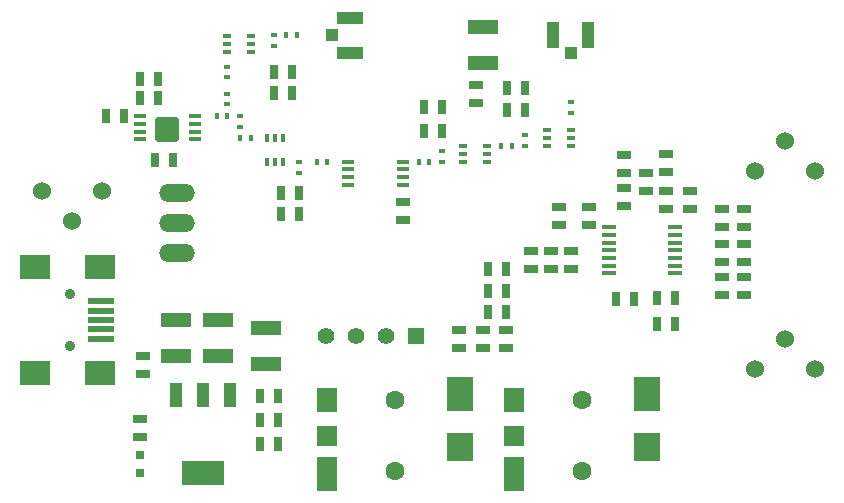
<source format=gts>
%FSLAX34Y34*%
G04 Gerber Fmt 3.4, Leading zero omitted, Abs format*
G04 (created by PCBNEW (2014-03-19 BZR 4756)-product) date Thu 12 Jun 2014 08:54:00 PM AKDT*
%MOIN*%
G01*
G70*
G90*
G04 APERTURE LIST*
%ADD10C,0.005906*%
%ADD11R,0.025000X0.045000*%
%ADD12R,0.045000X0.025000*%
%ADD13R,0.100000X0.050000*%
%ADD14O,0.118700X0.059300*%
%ADD15R,0.040200X0.016100*%
%ADD16R,0.016000X0.026000*%
%ADD17R,0.026000X0.016000*%
%ADD18R,0.051200X0.011800*%
%ADD19R,0.039370X0.039370*%
%ADD20R,0.086614X0.039370*%
%ADD21R,0.039370X0.086614*%
%ADD22C,0.062992*%
%ADD23R,0.068898X0.114173*%
%ADD24R,0.088583X0.114173*%
%ADD25R,0.068898X0.082677*%
%ADD26R,0.088583X0.094488*%
%ADD27R,0.068898X0.070866*%
%ADD28R,0.090600X0.019700*%
%ADD29R,0.098400X0.078700*%
%ADD30C,0.035400*%
%ADD31R,0.055000X0.055000*%
%ADD32C,0.055000*%
%ADD33R,0.144000X0.080000*%
%ADD34R,0.040000X0.080000*%
%ADD35C,0.060000*%
%ADD36R,0.015700X0.023600*%
%ADD37R,0.023600X0.015700*%
%ADD38R,0.031400X0.031400*%
%ADD39C,0.019685*%
G04 APERTURE END LIST*
G54D10*
G54D11*
X49620Y-36400D03*
X49020Y-36400D03*
X47860Y-37660D03*
X48460Y-37660D03*
X49620Y-37040D03*
X49020Y-37040D03*
X50100Y-39120D03*
X49500Y-39120D03*
X61200Y-44180D03*
X60600Y-44180D03*
X53720Y-40920D03*
X54320Y-40920D03*
X54080Y-36180D03*
X53480Y-36180D03*
X53720Y-40220D03*
X54320Y-40220D03*
G54D12*
X59650Y-45375D03*
X59650Y-44775D03*
G54D11*
X54080Y-36880D03*
X53480Y-36880D03*
G54D12*
X62050Y-42750D03*
X62050Y-42150D03*
X62710Y-42750D03*
X62710Y-42150D03*
G54D13*
X53200Y-45900D03*
X53200Y-44700D03*
G54D12*
X63370Y-42150D03*
X63370Y-42750D03*
G54D11*
X53025Y-47775D03*
X53625Y-47775D03*
G54D12*
X57760Y-41120D03*
X57760Y-40520D03*
G54D11*
X53625Y-48575D03*
X53025Y-48575D03*
X53625Y-46975D03*
X53025Y-46975D03*
X58480Y-37340D03*
X59080Y-37340D03*
X58480Y-38140D03*
X59080Y-38140D03*
G54D12*
X66540Y-38920D03*
X66540Y-39520D03*
X66540Y-40140D03*
X66540Y-40740D03*
X60220Y-37200D03*
X60220Y-36600D03*
G54D11*
X61240Y-37440D03*
X61840Y-37440D03*
X61240Y-36720D03*
X61840Y-36720D03*
G54D12*
X69147Y-43612D03*
X69147Y-43012D03*
X68397Y-43012D03*
X68397Y-43612D03*
G54D14*
X50250Y-42200D03*
X50250Y-41200D03*
X50250Y-40200D03*
G54D12*
X60440Y-45380D03*
X60440Y-44780D03*
X61200Y-45380D03*
X61200Y-44780D03*
G54D11*
X60600Y-43480D03*
X61200Y-43480D03*
G54D12*
X62970Y-41290D03*
X62970Y-40690D03*
X63990Y-41290D03*
X63990Y-40690D03*
G54D11*
X60600Y-42760D03*
X61200Y-42760D03*
G54D12*
X65137Y-40652D03*
X65137Y-40052D03*
X65140Y-39540D03*
X65140Y-38940D03*
X65860Y-39540D03*
X65860Y-40140D03*
X69147Y-40762D03*
X69147Y-41362D03*
G54D11*
X66850Y-43730D03*
X66250Y-43730D03*
G54D12*
X68397Y-40762D03*
X68397Y-41362D03*
G54D11*
X64890Y-43750D03*
X65490Y-43750D03*
X66250Y-44575D03*
X66850Y-44575D03*
G54D12*
X67340Y-40740D03*
X67340Y-40140D03*
X69147Y-41912D03*
X69147Y-42512D03*
X68397Y-41912D03*
X68397Y-42512D03*
G54D15*
X49014Y-37656D03*
X49014Y-37912D03*
X49014Y-38168D03*
X49014Y-38424D03*
X50826Y-38424D03*
X50826Y-38168D03*
X50826Y-37912D03*
X50826Y-37656D03*
G54D16*
X53760Y-38380D03*
X53240Y-38380D03*
X53500Y-38380D03*
X53240Y-39180D03*
X53760Y-39180D03*
X53500Y-39180D03*
G54D17*
X51920Y-34980D03*
X51920Y-35500D03*
X51920Y-35240D03*
X52720Y-35500D03*
X52720Y-34980D03*
X52720Y-35240D03*
G54D15*
X55954Y-39176D03*
X55954Y-39432D03*
X55954Y-39688D03*
X55954Y-39944D03*
X57766Y-39944D03*
X57766Y-39688D03*
X57766Y-39432D03*
X57766Y-39176D03*
G54D18*
X64647Y-41362D03*
X64647Y-41612D03*
X64647Y-41872D03*
X64647Y-42122D03*
X64647Y-42382D03*
X64647Y-42637D03*
X64647Y-42892D03*
X66847Y-42892D03*
X66847Y-42637D03*
X66847Y-42382D03*
X66847Y-42122D03*
X66847Y-41867D03*
X66847Y-41612D03*
X66847Y-41357D03*
G54D17*
X60560Y-39180D03*
X60560Y-38660D03*
X60560Y-38920D03*
X59760Y-38660D03*
X59760Y-39180D03*
X59760Y-38920D03*
X63360Y-38640D03*
X63360Y-38120D03*
X63360Y-38380D03*
X62560Y-38120D03*
X62560Y-38640D03*
X62560Y-38380D03*
G54D19*
X55409Y-34960D03*
G54D20*
X56000Y-34369D03*
X56000Y-35550D03*
G54D19*
X63360Y-35550D03*
G54D21*
X62769Y-34960D03*
X63950Y-34960D03*
G54D22*
X57500Y-47118D03*
X57500Y-49481D03*
G54D23*
X55236Y-49579D03*
G54D24*
X59665Y-46922D03*
G54D25*
X55236Y-47118D03*
G54D26*
X59665Y-48693D03*
G54D27*
X55236Y-48300D03*
G54D22*
X63750Y-47118D03*
X63750Y-49481D03*
G54D23*
X61486Y-49579D03*
G54D24*
X65915Y-46922D03*
G54D25*
X61486Y-47118D03*
G54D26*
X65915Y-48693D03*
G54D27*
X61486Y-48300D03*
G54D12*
X49100Y-45650D03*
X49100Y-46250D03*
G54D13*
X51600Y-45650D03*
X51600Y-44450D03*
G54D28*
X47708Y-43820D03*
X47708Y-44135D03*
X47708Y-44450D03*
X47708Y-44765D03*
X47708Y-45080D03*
G54D29*
X47669Y-42698D03*
X45504Y-42698D03*
X47669Y-46202D03*
X45504Y-46202D03*
G54D30*
X46685Y-43584D03*
X46685Y-45316D03*
G54D13*
X60440Y-34680D03*
X60440Y-35880D03*
X50200Y-45650D03*
X50200Y-44450D03*
G54D31*
X58225Y-44975D03*
G54D32*
X57225Y-44975D03*
X56225Y-44975D03*
X55225Y-44975D03*
G54D33*
X51100Y-49550D03*
G54D34*
X51100Y-46950D03*
X50200Y-46950D03*
X52000Y-46950D03*
G54D35*
X70500Y-38480D03*
X71500Y-39480D03*
X69500Y-39480D03*
X70500Y-45080D03*
X71500Y-46080D03*
X69500Y-46080D03*
X46750Y-41150D03*
X45750Y-40150D03*
X47750Y-40150D03*
G54D36*
X52697Y-38380D03*
X52343Y-38380D03*
G54D37*
X51920Y-36003D03*
X51920Y-36357D03*
G54D36*
X55257Y-39180D03*
X54903Y-39180D03*
X54237Y-34960D03*
X53883Y-34960D03*
X58657Y-39180D03*
X58303Y-39180D03*
X61397Y-38660D03*
X61043Y-38660D03*
G54D37*
X63360Y-37183D03*
X63360Y-37537D03*
G54D38*
X49020Y-49535D03*
X49020Y-48945D03*
G54D37*
X54320Y-39537D03*
X54320Y-39183D03*
X53460Y-35317D03*
X53460Y-34963D03*
X59080Y-38823D03*
X59080Y-39177D03*
X61840Y-38283D03*
X61840Y-38637D03*
G54D36*
X51917Y-37660D03*
X51563Y-37660D03*
G54D37*
X52340Y-38017D03*
X52340Y-37663D03*
X51920Y-36903D03*
X51920Y-37257D03*
G54D12*
X49020Y-47740D03*
X49020Y-48340D03*
G54D10*
G36*
X50201Y-38401D02*
X49598Y-38401D01*
X49598Y-37798D01*
X50201Y-37798D01*
X50201Y-38401D01*
X50201Y-38401D01*
G37*
G54D39*
X50201Y-38401D02*
X49598Y-38401D01*
X49598Y-37798D01*
X50201Y-37798D01*
X50201Y-38401D01*
M02*

</source>
